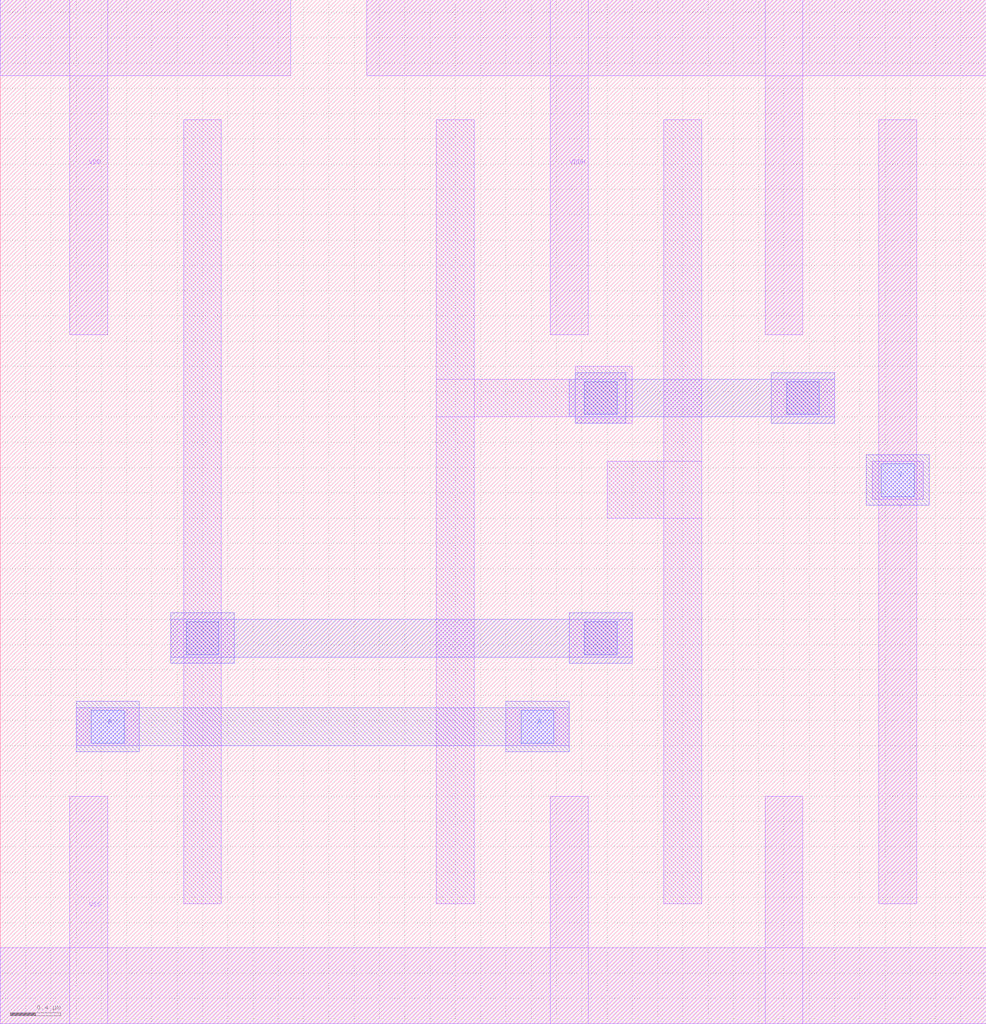
<source format=lef>
# Copyright 2022 Google LLC
# Licensed under the Apache License, Version 2.0 (the "License");
# you may not use this file except in compliance with the License.
# You may obtain a copy of the License at
#
#      http://www.apache.org/licenses/LICENSE-2.0
#
# Unless required by applicable law or agreed to in writing, software
# distributed under the License is distributed on an "AS IS" BASIS,
# WITHOUT WARRANTIES OR CONDITIONS OF ANY KIND, either express or implied.
# See the License for the specific language governing permissions and
# limitations under the License.
VERSION 5.7 ;
BUSBITCHARS "[]" ;
DIVIDERCHAR "/" ;

MACRO gf180mcu_osu_sc_gp12t3v3__lshifup
  CLASS CORE ;
  ORIGIN 0 0 ;
  FOREIGN gf180mcu_osu_sc_gp12t3v3__lshifup 0 0 ;
  SIZE 7.8 BY 8.1 ;
  SYMMETRY X Y ;
  SITE GF180_3p3_12t ;
  PIN VDD
    DIRECTION INOUT ;
    USE POWER ;
    SHAPE ABUTMENT ;
    PORT
      LAYER MET1 ;
        RECT 0 7.5 2.3 8.1 ;
        RECT 0.55 5.45 0.85 8.1 ;
    END
  END VDD
  PIN VDDH
    DIRECTION INOUT ;
    USE POWER ;
    PORT
      LAYER MET1 ;
        RECT 2.9 7.5 7.8 8.1 ;
        RECT 6.05 5.45 6.35 8.1 ;
        RECT 4.35 5.45 4.65 8.1 ;
    END
  END VDDH
  PIN VSS
    DIRECTION INOUT ;
    USE GROUND ;
    PORT
      LAYER MET1 ;
        RECT 0 0 7.8 0.6 ;
        RECT 6.05 0 6.35 1.8 ;
        RECT 4.35 0 4.65 1.8 ;
        RECT 0.55 0 0.85 1.8 ;
    END
  END VSS
  PIN A
    DIRECTION INPUT ;
    USE SIGNAL ;
    PORT
      LAYER MET1 ;
        RECT 4 2.2 4.5 2.5 ;
        RECT 0.6 2.2 1.1 2.5 ;
      LAYER MET2 ;
        RECT 4 2.15 4.5 2.55 ;
        RECT 0.6 2.2 4.5 2.5 ;
        RECT 0.6 2.15 1.1 2.55 ;
      LAYER VIA12 ;
        RECT 0.72 2.22 0.98 2.48 ;
        RECT 4.12 2.22 4.38 2.48 ;
    END
  END A
  PIN Y
    DIRECTION OUTPUT ;
    USE SIGNAL ;
    PORT
      LAYER MET1 ;
        RECT 6.9 4.15 7.3 4.45 ;
        RECT 6.95 0.95 7.25 7.15 ;
      LAYER MET2 ;
        RECT 6.85 4.1 7.35 4.5 ;
      LAYER VIA12 ;
        RECT 6.97 4.17 7.23 4.43 ;
    END
  END Y
  OBS
    LAYER MET2 ;
      RECT 6.1 4.75 6.6 5.15 ;
      RECT 4.55 4.75 4.95 5.15 ;
      RECT 4.5 4.8 6.6 5.1 ;
      RECT 4.5 2.85 5 3.25 ;
      RECT 1.35 2.85 1.85 3.25 ;
      RECT 1.35 2.9 5 3.2 ;
    LAYER VIA12 ;
      RECT 6.22 4.82 6.48 5.08 ;
      RECT 4.62 2.92 4.88 3.18 ;
      RECT 4.62 4.82 4.88 5.08 ;
      RECT 1.47 2.92 1.73 3.18 ;
    LAYER MET1 ;
      RECT 5.25 0.95 5.55 7.15 ;
      RECT 4.8 4 5.55 4.45 ;
      RECT 3.45 0.95 3.75 7.15 ;
      RECT 4.55 4.75 5 5.2 ;
      RECT 3.45 4.8 5 5.1 ;
      RECT 1.45 0.95 1.75 7.15 ;
      RECT 1.35 2.9 1.85 3.2 ;
      RECT 6.1 4.8 6.6 5.1 ;
      RECT 4.5 2.9 5 3.2 ;
  END
END gf180mcu_osu_sc_gp12t3v3__lshifup

</source>
